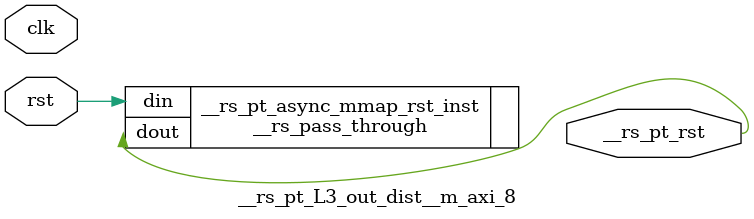
<source format=v>
`timescale 1 ns / 1 ps
/**   Generated by RapidStream   **/
module __rs_pt_L3_out_dist__m_axi_8 #(
    parameter BufferSize         = 32,
    parameter BufferSizeLog      = 5,
    parameter AddrWidth          = 64,
    parameter AxiSideAddrWidth   = 64,
    parameter DataWidth          = 512,
    parameter DataWidthBytesLog  = 6,
    parameter WaitTimeWidth      = 4,
    parameter BurstLenWidth      = 8,
    parameter EnableReadChannel  = 1,
    parameter EnableWriteChannel = 1,
    parameter MaxWaitTime        = 3,
    parameter MaxBurstLen        = 15
) (
    output wire __rs_pt_rst,
    input wire  clk,
    input wire  rst
);




__rs_pass_through #(
    .WIDTH (1)
) __rs_pt_async_mmap_rst_inst /**   Generated by RapidStream   **/ (
    .din  (rst),
    .dout (__rs_pt_rst)
);

endmodule  // __rs_pt_L3_out_dist__m_axi_8
</source>
